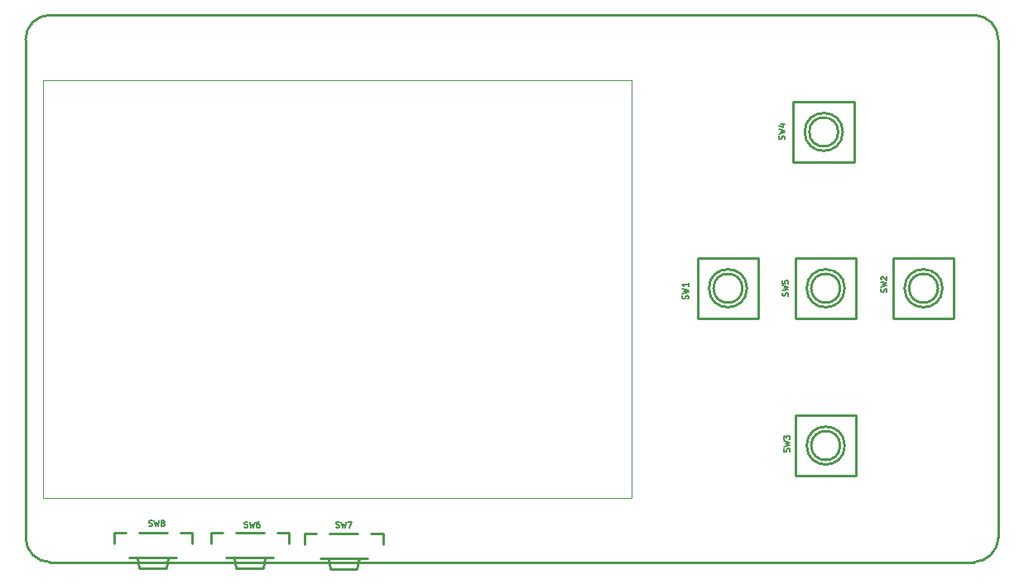
<source format=gbr>
%TF.GenerationSoftware,KiCad,Pcbnew,(6.0.4)*%
%TF.CreationDate,2023-04-20T20:53:16+03:00*%
%TF.ProjectId,mp3_test_board,6d70335f-7465-4737-945f-626f6172642e,rev?*%
%TF.SameCoordinates,Original*%
%TF.FileFunction,Legend,Top*%
%TF.FilePolarity,Positive*%
%FSLAX46Y46*%
G04 Gerber Fmt 4.6, Leading zero omitted, Abs format (unit mm)*
G04 Created by KiCad (PCBNEW (6.0.4)) date 2023-04-20 20:53:16*
%MOMM*%
%LPD*%
G01*
G04 APERTURE LIST*
%TA.AperFunction,Profile*%
%ADD10C,0.250000*%
%TD*%
%ADD11C,0.150000*%
%ADD12C,0.250000*%
%ADD13C,0.120000*%
G04 APERTURE END LIST*
D10*
X173467769Y-99232295D02*
G75*
G03*
X175960000Y-96750000I-93569J2586195D01*
G01*
X175960001Y-45750000D02*
G75*
G03*
X173467767Y-43232233I-2528101J-10100D01*
G01*
X78967767Y-43232167D02*
G75*
G03*
X76467767Y-45732233I33J-2500033D01*
G01*
X76467767Y-45732233D02*
X76467767Y-96732233D01*
X78967767Y-99232233D02*
X173467767Y-99232233D01*
X175960000Y-96750000D02*
X175960000Y-45750000D01*
X173467767Y-43232233D02*
X78967767Y-43232233D01*
X76467767Y-96732233D02*
G75*
G03*
X78967767Y-99232233I2500033J33D01*
G01*
D11*
%TO.C,SW7*%
X108220000Y-95662857D02*
X108305714Y-95691428D01*
X108448571Y-95691428D01*
X108505714Y-95662857D01*
X108534285Y-95634285D01*
X108562857Y-95577142D01*
X108562857Y-95520000D01*
X108534285Y-95462857D01*
X108505714Y-95434285D01*
X108448571Y-95405714D01*
X108334285Y-95377142D01*
X108277142Y-95348571D01*
X108248571Y-95320000D01*
X108220000Y-95262857D01*
X108220000Y-95205714D01*
X108248571Y-95148571D01*
X108277142Y-95120000D01*
X108334285Y-95091428D01*
X108477142Y-95091428D01*
X108562857Y-95120000D01*
X108762857Y-95091428D02*
X108905714Y-95691428D01*
X109020000Y-95262857D01*
X109134285Y-95691428D01*
X109277142Y-95091428D01*
X109448571Y-95091428D02*
X109848571Y-95091428D01*
X109591428Y-95691428D01*
%TO.C,SW1*%
X144222857Y-72290000D02*
X144251428Y-72204285D01*
X144251428Y-72061428D01*
X144222857Y-72004285D01*
X144194285Y-71975714D01*
X144137142Y-71947142D01*
X144080000Y-71947142D01*
X144022857Y-71975714D01*
X143994285Y-72004285D01*
X143965714Y-72061428D01*
X143937142Y-72175714D01*
X143908571Y-72232857D01*
X143880000Y-72261428D01*
X143822857Y-72290000D01*
X143765714Y-72290000D01*
X143708571Y-72261428D01*
X143680000Y-72232857D01*
X143651428Y-72175714D01*
X143651428Y-72032857D01*
X143680000Y-71947142D01*
X143651428Y-71747142D02*
X144251428Y-71604285D01*
X143822857Y-71490000D01*
X144251428Y-71375714D01*
X143651428Y-71232857D01*
X144251428Y-70690000D02*
X144251428Y-71032857D01*
X144251428Y-70861428D02*
X143651428Y-70861428D01*
X143737142Y-70918571D01*
X143794285Y-70975714D01*
X143822857Y-71032857D01*
%TO.C,SW6*%
X98840000Y-95652857D02*
X98925714Y-95681428D01*
X99068571Y-95681428D01*
X99125714Y-95652857D01*
X99154285Y-95624285D01*
X99182857Y-95567142D01*
X99182857Y-95510000D01*
X99154285Y-95452857D01*
X99125714Y-95424285D01*
X99068571Y-95395714D01*
X98954285Y-95367142D01*
X98897142Y-95338571D01*
X98868571Y-95310000D01*
X98840000Y-95252857D01*
X98840000Y-95195714D01*
X98868571Y-95138571D01*
X98897142Y-95110000D01*
X98954285Y-95081428D01*
X99097142Y-95081428D01*
X99182857Y-95110000D01*
X99382857Y-95081428D02*
X99525714Y-95681428D01*
X99640000Y-95252857D01*
X99754285Y-95681428D01*
X99897142Y-95081428D01*
X100382857Y-95081428D02*
X100268571Y-95081428D01*
X100211428Y-95110000D01*
X100182857Y-95138571D01*
X100125714Y-95224285D01*
X100097142Y-95338571D01*
X100097142Y-95567142D01*
X100125714Y-95624285D01*
X100154285Y-95652857D01*
X100211428Y-95681428D01*
X100325714Y-95681428D01*
X100382857Y-95652857D01*
X100411428Y-95624285D01*
X100440000Y-95567142D01*
X100440000Y-95424285D01*
X100411428Y-95367142D01*
X100382857Y-95338571D01*
X100325714Y-95310000D01*
X100211428Y-95310000D01*
X100154285Y-95338571D01*
X100125714Y-95367142D01*
X100097142Y-95424285D01*
%TO.C,SW3*%
X154582857Y-87920000D02*
X154611428Y-87834285D01*
X154611428Y-87691428D01*
X154582857Y-87634285D01*
X154554285Y-87605714D01*
X154497142Y-87577142D01*
X154440000Y-87577142D01*
X154382857Y-87605714D01*
X154354285Y-87634285D01*
X154325714Y-87691428D01*
X154297142Y-87805714D01*
X154268571Y-87862857D01*
X154240000Y-87891428D01*
X154182857Y-87920000D01*
X154125714Y-87920000D01*
X154068571Y-87891428D01*
X154040000Y-87862857D01*
X154011428Y-87805714D01*
X154011428Y-87662857D01*
X154040000Y-87577142D01*
X154011428Y-87377142D02*
X154611428Y-87234285D01*
X154182857Y-87120000D01*
X154611428Y-87005714D01*
X154011428Y-86862857D01*
X154011428Y-86691428D02*
X154011428Y-86320000D01*
X154240000Y-86520000D01*
X154240000Y-86434285D01*
X154268571Y-86377142D01*
X154297142Y-86348571D01*
X154354285Y-86320000D01*
X154497142Y-86320000D01*
X154554285Y-86348571D01*
X154582857Y-86377142D01*
X154611428Y-86434285D01*
X154611428Y-86605714D01*
X154582857Y-86662857D01*
X154554285Y-86691428D01*
%TO.C,SW2*%
X164525557Y-71603938D02*
X164554128Y-71518223D01*
X164554128Y-71375366D01*
X164525557Y-71318223D01*
X164496985Y-71289652D01*
X164439842Y-71261080D01*
X164382700Y-71261080D01*
X164325557Y-71289652D01*
X164296985Y-71318223D01*
X164268414Y-71375366D01*
X164239842Y-71489652D01*
X164211271Y-71546795D01*
X164182700Y-71575366D01*
X164125557Y-71603938D01*
X164068414Y-71603938D01*
X164011271Y-71575366D01*
X163982700Y-71546795D01*
X163954128Y-71489652D01*
X163954128Y-71346795D01*
X163982700Y-71261080D01*
X163954128Y-71061080D02*
X164554128Y-70918223D01*
X164125557Y-70803938D01*
X164554128Y-70689652D01*
X163954128Y-70546795D01*
X164011271Y-70346795D02*
X163982700Y-70318223D01*
X163954128Y-70261080D01*
X163954128Y-70118223D01*
X163982700Y-70061080D01*
X164011271Y-70032509D01*
X164068414Y-70003938D01*
X164125557Y-70003938D01*
X164211271Y-70032509D01*
X164554128Y-70375366D01*
X164554128Y-70003938D01*
%TO.C,SW8*%
X89080000Y-95512857D02*
X89165714Y-95541428D01*
X89308571Y-95541428D01*
X89365714Y-95512857D01*
X89394285Y-95484285D01*
X89422857Y-95427142D01*
X89422857Y-95370000D01*
X89394285Y-95312857D01*
X89365714Y-95284285D01*
X89308571Y-95255714D01*
X89194285Y-95227142D01*
X89137142Y-95198571D01*
X89108571Y-95170000D01*
X89080000Y-95112857D01*
X89080000Y-95055714D01*
X89108571Y-94998571D01*
X89137142Y-94970000D01*
X89194285Y-94941428D01*
X89337142Y-94941428D01*
X89422857Y-94970000D01*
X89622857Y-94941428D02*
X89765714Y-95541428D01*
X89880000Y-95112857D01*
X89994285Y-95541428D01*
X90137142Y-94941428D01*
X90451428Y-95198571D02*
X90394285Y-95170000D01*
X90365714Y-95141428D01*
X90337142Y-95084285D01*
X90337142Y-95055714D01*
X90365714Y-94998571D01*
X90394285Y-94970000D01*
X90451428Y-94941428D01*
X90565714Y-94941428D01*
X90622857Y-94970000D01*
X90651428Y-94998571D01*
X90680000Y-95055714D01*
X90680000Y-95084285D01*
X90651428Y-95141428D01*
X90622857Y-95170000D01*
X90565714Y-95198571D01*
X90451428Y-95198571D01*
X90394285Y-95227142D01*
X90365714Y-95255714D01*
X90337142Y-95312857D01*
X90337142Y-95427142D01*
X90365714Y-95484285D01*
X90394285Y-95512857D01*
X90451428Y-95541428D01*
X90565714Y-95541428D01*
X90622857Y-95512857D01*
X90651428Y-95484285D01*
X90680000Y-95427142D01*
X90680000Y-95312857D01*
X90651428Y-95255714D01*
X90622857Y-95227142D01*
X90565714Y-95198571D01*
%TO.C,SW4*%
X154082857Y-55960000D02*
X154111428Y-55874285D01*
X154111428Y-55731428D01*
X154082857Y-55674285D01*
X154054285Y-55645714D01*
X153997142Y-55617142D01*
X153940000Y-55617142D01*
X153882857Y-55645714D01*
X153854285Y-55674285D01*
X153825714Y-55731428D01*
X153797142Y-55845714D01*
X153768571Y-55902857D01*
X153740000Y-55931428D01*
X153682857Y-55960000D01*
X153625714Y-55960000D01*
X153568571Y-55931428D01*
X153540000Y-55902857D01*
X153511428Y-55845714D01*
X153511428Y-55702857D01*
X153540000Y-55617142D01*
X153511428Y-55417142D02*
X154111428Y-55274285D01*
X153682857Y-55160000D01*
X154111428Y-55045714D01*
X153511428Y-54902857D01*
X153711428Y-54417142D02*
X154111428Y-54417142D01*
X153482857Y-54560000D02*
X153911428Y-54702857D01*
X153911428Y-54331428D01*
%TO.C,SW5*%
X154442857Y-71990000D02*
X154471428Y-71904285D01*
X154471428Y-71761428D01*
X154442857Y-71704285D01*
X154414285Y-71675714D01*
X154357142Y-71647142D01*
X154300000Y-71647142D01*
X154242857Y-71675714D01*
X154214285Y-71704285D01*
X154185714Y-71761428D01*
X154157142Y-71875714D01*
X154128571Y-71932857D01*
X154100000Y-71961428D01*
X154042857Y-71990000D01*
X153985714Y-71990000D01*
X153928571Y-71961428D01*
X153900000Y-71932857D01*
X153871428Y-71875714D01*
X153871428Y-71732857D01*
X153900000Y-71647142D01*
X153871428Y-71447142D02*
X154471428Y-71304285D01*
X154042857Y-71190000D01*
X154471428Y-71075714D01*
X153871428Y-70932857D01*
X153871428Y-70418571D02*
X153871428Y-70704285D01*
X154157142Y-70732857D01*
X154128571Y-70704285D01*
X154100000Y-70647142D01*
X154100000Y-70504285D01*
X154128571Y-70447142D01*
X154157142Y-70418571D01*
X154214285Y-70390000D01*
X154357142Y-70390000D01*
X154414285Y-70418571D01*
X154442857Y-70447142D01*
X154471428Y-70504285D01*
X154471428Y-70647142D01*
X154442857Y-70704285D01*
X154414285Y-70732857D01*
D12*
%TO.C,SW7*%
X110420000Y-96302500D02*
X107580000Y-96302500D01*
X108880000Y-98842500D02*
X107350000Y-98842500D01*
X110370000Y-99915135D02*
X107650000Y-99906666D01*
X113020000Y-97412500D02*
X113020000Y-96302500D01*
X108880000Y-98842500D02*
X110580000Y-98842500D01*
X106580000Y-98842500D02*
X111420000Y-98842500D01*
X105020000Y-96302500D02*
X105020000Y-97412500D01*
X110578200Y-98842500D02*
X110368200Y-99922500D01*
X113020000Y-96302500D02*
X111780000Y-96302500D01*
X106220000Y-96302500D02*
X105020000Y-96302500D01*
X107611800Y-99914031D02*
X107441800Y-98824031D01*
D13*
%TO.C,SW1*%
X149417600Y-69625200D02*
G75*
G03*
X149417600Y-69625200I0J0D01*
G01*
D12*
X150240000Y-71200000D02*
G75*
G03*
X150240000Y-71200000I-1940000J0D01*
G01*
X149780000Y-71200000D02*
G75*
G03*
X149780000Y-71200000I-1480000J0D01*
G01*
D13*
X150231068Y-71200000D02*
G75*
G03*
X150231068Y-71200000I-1931068J0D01*
G01*
X150262222Y-71200000D02*
G75*
G03*
X150262222Y-71200000I-1962222J0D01*
G01*
D12*
X145200000Y-74300000D02*
X151400000Y-74300000D01*
X145201200Y-74300000D02*
X145201200Y-68100000D01*
X145200000Y-68100000D02*
X151400000Y-68100000D01*
X151400000Y-74300000D02*
X151400000Y-68100000D01*
%TO.C,SW6*%
X96620000Y-96230000D02*
X95420000Y-96230000D01*
X98011800Y-99841531D02*
X97841800Y-98751531D01*
X99280000Y-98770000D02*
X97750000Y-98770000D01*
X103420000Y-96230000D02*
X102180000Y-96230000D01*
X100978200Y-98770000D02*
X100768200Y-99850000D01*
X100770000Y-99842635D02*
X98050000Y-99834166D01*
X103420000Y-97340000D02*
X103420000Y-96230000D01*
X95420000Y-96230000D02*
X95420000Y-97340000D01*
X99280000Y-98770000D02*
X100980000Y-98770000D01*
X96980000Y-98770000D02*
X101820000Y-98770000D01*
X100820000Y-96230000D02*
X97980000Y-96230000D01*
D13*
%TO.C,P1*%
X138490000Y-92645000D02*
X78230000Y-92645000D01*
X78230000Y-92645000D02*
X78230000Y-49925000D01*
X78230000Y-49925000D02*
X138490000Y-49925000D01*
X138490000Y-49925000D02*
X138490000Y-92645000D01*
%TO.C,SW3*%
X160262222Y-87300000D02*
G75*
G03*
X160262222Y-87300000I-1962222J0D01*
G01*
X160231068Y-87300000D02*
G75*
G03*
X160231068Y-87300000I-1931068J0D01*
G01*
D12*
X159780000Y-87300000D02*
G75*
G03*
X159780000Y-87300000I-1480000J0D01*
G01*
D13*
X159417600Y-85725200D02*
G75*
G03*
X159417600Y-85725200I0J0D01*
G01*
D12*
X160240000Y-87300000D02*
G75*
G03*
X160240000Y-87300000I-1940000J0D01*
G01*
X155200000Y-84200000D02*
X161400000Y-84200000D01*
X155201200Y-90400000D02*
X155201200Y-84200000D01*
X155200000Y-90400000D02*
X161400000Y-90400000D01*
X161400000Y-90400000D02*
X161400000Y-84200000D01*
%TO.C,SW2*%
X169780000Y-71200000D02*
G75*
G03*
X169780000Y-71200000I-1480000J0D01*
G01*
X170240000Y-71200000D02*
G75*
G03*
X170240000Y-71200000I-1940000J0D01*
G01*
D13*
X170262222Y-71200000D02*
G75*
G03*
X170262222Y-71200000I-1962222J0D01*
G01*
X169417600Y-69625200D02*
G75*
G03*
X169417600Y-69625200I0J0D01*
G01*
X170231068Y-71200000D02*
G75*
G03*
X170231068Y-71200000I-1931068J0D01*
G01*
D12*
X165200000Y-68100000D02*
X171400000Y-68100000D01*
X171400000Y-74300000D02*
X171400000Y-68100000D01*
X165200000Y-74300000D02*
X171400000Y-74300000D01*
X165201200Y-74300000D02*
X165201200Y-68100000D01*
%TO.C,SW8*%
X89380000Y-98770000D02*
X91080000Y-98770000D01*
X86720000Y-96230000D02*
X85520000Y-96230000D01*
X93520000Y-97340000D02*
X93520000Y-96230000D01*
X88111800Y-99841531D02*
X87941800Y-98751531D01*
X87080000Y-98770000D02*
X91920000Y-98770000D01*
X90870000Y-99842635D02*
X88150000Y-99834166D01*
X89380000Y-98770000D02*
X87850000Y-98770000D01*
X85520000Y-96230000D02*
X85520000Y-97340000D01*
X91078200Y-98770000D02*
X90868200Y-99850000D01*
X90920000Y-96230000D02*
X88080000Y-96230000D01*
X93520000Y-96230000D02*
X92280000Y-96230000D01*
D13*
%TO.C,SW4*%
X160062222Y-55200000D02*
G75*
G03*
X160062222Y-55200000I-1962222J0D01*
G01*
X160031068Y-55200000D02*
G75*
G03*
X160031068Y-55200000I-1931068J0D01*
G01*
D12*
X159580000Y-55200000D02*
G75*
G03*
X159580000Y-55200000I-1480000J0D01*
G01*
D13*
X159217600Y-53625200D02*
G75*
G03*
X159217600Y-53625200I0J0D01*
G01*
D12*
X160040000Y-55200000D02*
G75*
G03*
X160040000Y-55200000I-1940000J0D01*
G01*
X161200000Y-58300000D02*
X161200000Y-52100000D01*
X155000000Y-52100000D02*
X161200000Y-52100000D01*
X155000000Y-58300000D02*
X161200000Y-58300000D01*
X155001200Y-58300000D02*
X155001200Y-52100000D01*
%TO.C,SW5*%
X159780000Y-71200000D02*
G75*
G03*
X159780000Y-71200000I-1480000J0D01*
G01*
D13*
X159417600Y-69625200D02*
G75*
G03*
X159417600Y-69625200I0J0D01*
G01*
X160262222Y-71200000D02*
G75*
G03*
X160262222Y-71200000I-1962222J0D01*
G01*
D12*
X160240000Y-71200000D02*
G75*
G03*
X160240000Y-71200000I-1940000J0D01*
G01*
D13*
X160231068Y-71200000D02*
G75*
G03*
X160231068Y-71200000I-1931068J0D01*
G01*
D12*
X155200000Y-68100000D02*
X161400000Y-68100000D01*
X155200000Y-74300000D02*
X161400000Y-74300000D01*
X155201200Y-74300000D02*
X155201200Y-68100000D01*
X161400000Y-74300000D02*
X161400000Y-68100000D01*
%TD*%
M02*

</source>
